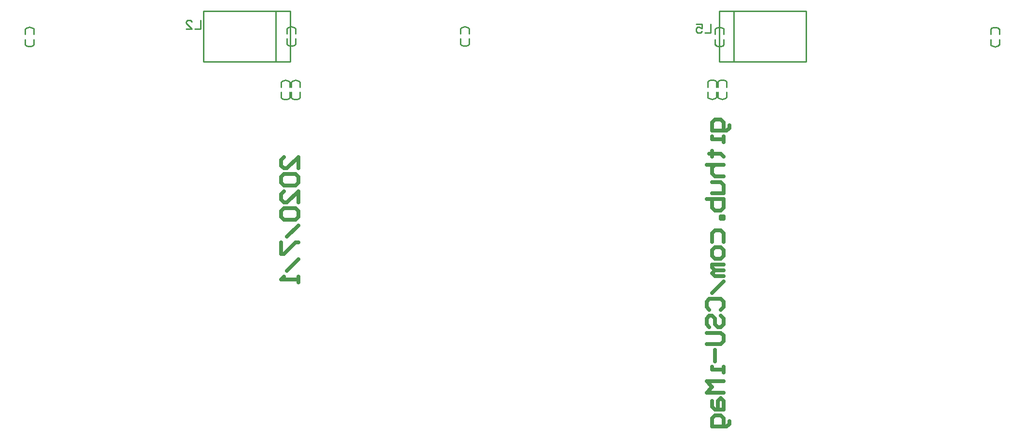
<source format=gbo>
G04*
G04 #@! TF.GenerationSoftware,Altium Limited,Altium Designer,20.1.11 (218)*
G04*
G04 Layer_Color=32896*
%FSLAX25Y25*%
%MOIN*%
G70*
G04*
G04 #@! TF.SameCoordinates,67DEA893-D948-4B9D-9317-8289C47B3BC5*
G04*
G04*
G04 #@! TF.FilePolarity,Positive*
G04*
G01*
G75*
%ADD10C,0.01000*%
%ADD11C,0.02600*%
D10*
X-150463Y-19200D02*
X-149573Y-19770D01*
X-148576Y-20120D01*
X-147526Y-20233D01*
X-146477Y-20101D01*
X-145487Y-19733D01*
X-144607Y-19148D01*
X-144663Y-8000D02*
X-145553Y-7430D01*
X-146550Y-7080D01*
X-147600Y-6967D01*
X-148649Y-7099D01*
X-149639Y-7467D01*
X-150519Y-8052D01*
X-325600Y-8300D02*
X-326490Y-7730D01*
X-327487Y-7380D01*
X-328537Y-7267D01*
X-329586Y-7399D01*
X-330576Y-7767D01*
X-331456Y-8352D01*
X-331400Y-19500D02*
X-330510Y-20070D01*
X-329513Y-20420D01*
X-328463Y-20533D01*
X-327414Y-20401D01*
X-326424Y-20033D01*
X-325544Y-19448D01*
X336100Y-19700D02*
X336990Y-20270D01*
X337987Y-20620D01*
X339037Y-20733D01*
X340086Y-20601D01*
X341076Y-20233D01*
X341956Y-19648D01*
X341900Y-8500D02*
X341010Y-7930D01*
X340013Y-7580D01*
X338963Y-7467D01*
X337914Y-7599D01*
X336924Y-7967D01*
X336044Y-8552D01*
X146400Y-44800D02*
X145510Y-44230D01*
X144513Y-43880D01*
X143463Y-43767D01*
X142414Y-43899D01*
X141424Y-44267D01*
X140544Y-44852D01*
X140600Y-56000D02*
X141490Y-56570D01*
X142487Y-56920D01*
X143537Y-57033D01*
X144586Y-56901D01*
X145576Y-56533D01*
X146456Y-55948D01*
X153400Y-44800D02*
X152510Y-44230D01*
X151513Y-43880D01*
X150463Y-43767D01*
X149414Y-43899D01*
X148424Y-44267D01*
X147544Y-44852D01*
X147600Y-56000D02*
X148490Y-56570D01*
X149487Y-56920D01*
X150537Y-57033D01*
X151586Y-56901D01*
X152576Y-56533D01*
X153456Y-55948D01*
X151463Y-8300D02*
X150573Y-7730D01*
X149576Y-7380D01*
X148526Y-7267D01*
X147477Y-7399D01*
X146487Y-7767D01*
X145607Y-8352D01*
X145663Y-19500D02*
X146553Y-20070D01*
X147550Y-20420D01*
X148600Y-20533D01*
X149649Y-20401D01*
X150639Y-20033D01*
X151519Y-19448D01*
X-30400Y-19200D02*
X-29510Y-19770D01*
X-28513Y-20120D01*
X-27463Y-20233D01*
X-26414Y-20101D01*
X-25424Y-19733D01*
X-24544Y-19148D01*
X-24600Y-8000D02*
X-25490Y-7430D01*
X-26487Y-7080D01*
X-27537Y-6967D01*
X-28586Y-7099D01*
X-29576Y-7467D01*
X-30456Y-8052D01*
X-147400Y-56200D02*
X-146510Y-56770D01*
X-145513Y-57120D01*
X-144463Y-57233D01*
X-143414Y-57101D01*
X-142424Y-56733D01*
X-141544Y-56148D01*
X-141600Y-45000D02*
X-142490Y-44430D01*
X-143487Y-44080D01*
X-144537Y-43967D01*
X-145586Y-44099D01*
X-146576Y-44467D01*
X-147456Y-45052D01*
X-154400Y-56200D02*
X-153510Y-56770D01*
X-152513Y-57120D01*
X-151463Y-57233D01*
X-150414Y-57101D01*
X-149424Y-56733D01*
X-148544Y-56148D01*
X-148600Y-45000D02*
X-149490Y-44430D01*
X-150487Y-44080D01*
X-151537Y-43967D01*
X-152586Y-44099D01*
X-153576Y-44467D01*
X-154456Y-45052D01*
X-158063Y-31280D02*
Y3720D01*
X-208063Y-31280D02*
Y3720D01*
X-148063D01*
X-208063Y-31280D02*
X-148063D01*
Y3720D01*
X-144563Y-11800D02*
Y-8100D01*
X-150563Y-11800D02*
Y-8100D01*
Y-19100D02*
Y-15300D01*
X-144563Y-19000D02*
Y-15300D01*
X158563Y-31280D02*
Y3720D01*
X208563Y-31280D02*
Y3720D01*
X148563Y-31280D02*
X208563D01*
X148563Y3720D02*
X208563D01*
X148563Y-31280D02*
Y3720D01*
X-331500Y-19400D02*
Y-15700D01*
X-325500Y-19400D02*
Y-15700D01*
Y-12200D02*
Y-8400D01*
X-331500Y-12200D02*
Y-8500D01*
X342000Y-12300D02*
Y-8600D01*
X336000Y-12300D02*
Y-8600D01*
Y-19600D02*
Y-15800D01*
X342000Y-19500D02*
Y-15800D01*
X140500Y-55900D02*
Y-52200D01*
X146500Y-55900D02*
Y-52200D01*
Y-48700D02*
Y-44900D01*
X140500Y-48700D02*
Y-45000D01*
X147500Y-55900D02*
Y-52200D01*
X153500Y-55900D02*
Y-52200D01*
Y-48700D02*
Y-44900D01*
X147500Y-48700D02*
Y-45000D01*
X145563Y-19400D02*
Y-15700D01*
X151563Y-19400D02*
Y-15700D01*
Y-12200D02*
Y-8400D01*
X145563Y-12200D02*
Y-8500D01*
X-24500Y-11800D02*
Y-8100D01*
X-30500Y-11800D02*
Y-8100D01*
Y-19100D02*
Y-15300D01*
X-24500Y-19000D02*
Y-15300D01*
X-141500Y-48800D02*
Y-45100D01*
X-147500Y-48800D02*
Y-45100D01*
Y-56100D02*
Y-52300D01*
X-141500Y-56000D02*
Y-52300D01*
X-148500Y-48800D02*
Y-45100D01*
X-154500Y-48800D02*
Y-45100D01*
Y-56100D02*
Y-52300D01*
X-148500Y-56000D02*
Y-52300D01*
X-210065Y-2501D02*
Y-8499D01*
X-214063D01*
X-220061D02*
X-216063D01*
X-220061Y-4500D01*
Y-3501D01*
X-219062Y-2501D01*
X-217062D01*
X-216063Y-3501D01*
X142563Y-5301D02*
Y-11299D01*
X138564D01*
X132566Y-5301D02*
X136565D01*
Y-8300D01*
X134566Y-7300D01*
X133566D01*
X132566Y-8300D01*
Y-10299D01*
X133566Y-11299D01*
X135565D01*
X136565Y-10299D01*
D11*
X-142600Y-104972D02*
Y-97100D01*
X-150471Y-104972D01*
X-152439D01*
X-154407Y-103004D01*
Y-99068D01*
X-152439Y-97100D01*
Y-108907D02*
X-154407Y-110875D01*
Y-114811D01*
X-152439Y-116779D01*
X-144568D01*
X-142600Y-114811D01*
Y-110875D01*
X-144568Y-108907D01*
X-152439D01*
X-142600Y-128586D02*
Y-120714D01*
X-150471Y-128586D01*
X-152439D01*
X-154407Y-126618D01*
Y-122682D01*
X-152439Y-120714D01*
Y-132522D02*
X-154407Y-134490D01*
Y-138425D01*
X-152439Y-140393D01*
X-144568D01*
X-142600Y-138425D01*
Y-134490D01*
X-144568Y-132522D01*
X-152439D01*
X-142600Y-144329D02*
X-150471Y-152200D01*
X-154407Y-156136D02*
Y-164007D01*
X-152439D01*
X-144568Y-156136D01*
X-142600D01*
Y-167943D02*
X-150471Y-175815D01*
X-142600Y-179750D02*
Y-183686D01*
Y-181718D01*
X-154407D01*
X-152439Y-179750D01*
X155400Y-75036D02*
Y-77004D01*
X153432Y-78971D01*
X143593D01*
Y-73068D01*
X145561Y-71100D01*
X149496D01*
X151464Y-73068D01*
Y-78971D01*
Y-82907D02*
Y-86843D01*
Y-84875D01*
X143593D01*
Y-82907D01*
X141625Y-94714D02*
X143593D01*
Y-92747D01*
Y-96682D01*
Y-94714D01*
X149496D01*
X151464Y-96682D01*
X139657Y-102586D02*
X151464D01*
X145561D01*
X143593Y-104554D01*
Y-108490D01*
X145561Y-110457D01*
X151464D01*
X143593Y-114393D02*
X149496D01*
X151464Y-116361D01*
Y-122265D01*
X143593D01*
X139657Y-126200D02*
X151464D01*
Y-132104D01*
X149496Y-134072D01*
X147529D01*
X145561D01*
X143593Y-132104D01*
Y-126200D01*
X151464Y-138007D02*
X149496D01*
Y-139975D01*
X151464D01*
Y-138007D01*
X143593Y-155718D02*
Y-149815D01*
X145561Y-147847D01*
X149496D01*
X151464Y-149815D01*
Y-155718D01*
Y-161622D02*
Y-165558D01*
X149496Y-167525D01*
X145561D01*
X143593Y-165558D01*
Y-161622D01*
X145561Y-159654D01*
X149496D01*
X151464Y-161622D01*
Y-171461D02*
X143593D01*
Y-173429D01*
X145561Y-175397D01*
X151464D01*
X145561D01*
X143593Y-177365D01*
X145561Y-179333D01*
X151464D01*
Y-183268D02*
X143593Y-191140D01*
X141625Y-202947D02*
X139657Y-200979D01*
Y-197044D01*
X141625Y-195076D01*
X149496D01*
X151464Y-197044D01*
Y-200979D01*
X149496Y-202947D01*
X141625Y-214754D02*
X139657Y-212786D01*
Y-208851D01*
X141625Y-206883D01*
X143593D01*
X145561Y-208851D01*
Y-212786D01*
X147529Y-214754D01*
X149496D01*
X151464Y-212786D01*
Y-208851D01*
X149496Y-206883D01*
X139657Y-218690D02*
X149496D01*
X151464Y-220658D01*
Y-224594D01*
X149496Y-226561D01*
X139657D01*
X145561Y-230497D02*
Y-238369D01*
X151464Y-242304D02*
Y-246240D01*
Y-244272D01*
X143593D01*
Y-242304D01*
X151464Y-252144D02*
X139657D01*
X143593Y-256080D01*
X139657Y-260015D01*
X151464D01*
X143593Y-265919D02*
Y-269855D01*
X145561Y-271822D01*
X151464D01*
Y-265919D01*
X149496Y-263951D01*
X147529Y-265919D01*
Y-271822D01*
X155400Y-279694D02*
Y-281662D01*
X153432Y-283630D01*
X143593D01*
Y-277726D01*
X145561Y-275758D01*
X149496D01*
X151464Y-277726D01*
Y-283630D01*
M02*

</source>
